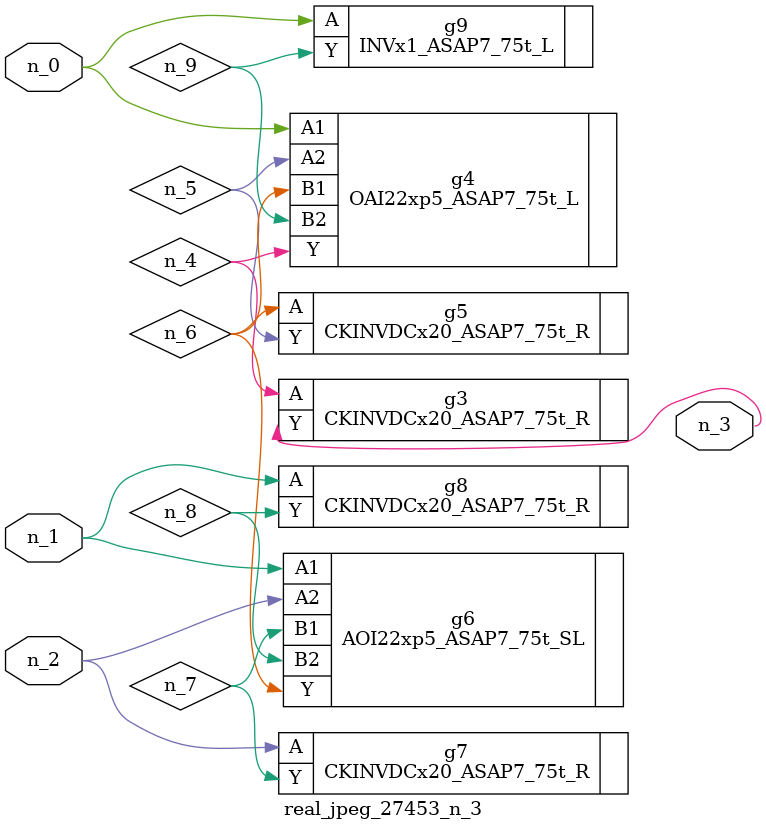
<source format=v>
module real_jpeg_27453_n_3 (n_1, n_0, n_2, n_3);

input n_1;
input n_0;
input n_2;

output n_3;

wire n_5;
wire n_8;
wire n_4;
wire n_6;
wire n_7;
wire n_9;

OAI22xp5_ASAP7_75t_L g4 ( 
.A1(n_0),
.A2(n_5),
.B1(n_6),
.B2(n_9),
.Y(n_4)
);

INVx1_ASAP7_75t_L g9 ( 
.A(n_0),
.Y(n_9)
);

AOI22xp5_ASAP7_75t_SL g6 ( 
.A1(n_1),
.A2(n_2),
.B1(n_7),
.B2(n_8),
.Y(n_6)
);

CKINVDCx20_ASAP7_75t_R g8 ( 
.A(n_1),
.Y(n_8)
);

CKINVDCx20_ASAP7_75t_R g7 ( 
.A(n_2),
.Y(n_7)
);

CKINVDCx20_ASAP7_75t_R g3 ( 
.A(n_4),
.Y(n_3)
);

CKINVDCx20_ASAP7_75t_R g5 ( 
.A(n_6),
.Y(n_5)
);


endmodule
</source>
